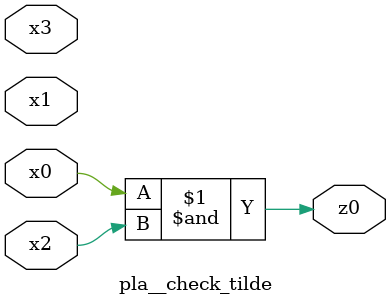
<source format=v>
module pla__check_tilde ( 
    x0, x1, x2, x3,
    z0  );
  input  x0, x1, x2, x3;
  output z0;
  assign z0 = x0 & x2;
endmodule
</source>
